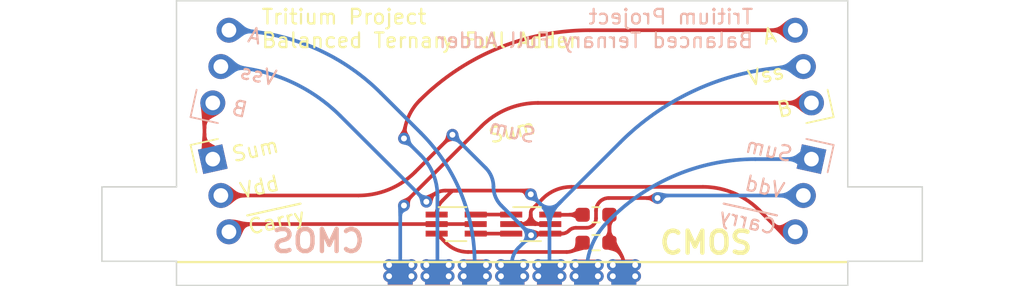
<source format=kicad_pcb>
(kicad_pcb (version 20211014) (generator pcbnew)
  (layers (0 "F.Cu" signal) (31 "B.Cu" signal) (34 "B.Paste" user) (35 "F.Paste" user) (36 "B.SilkS" user "B.Silkscreen") (37 "F.SilkS" user "F.Silkscreen") (38 "B.Mask" user) (39 "F.Mask" user) (44 "Edge.Cuts" user))
  (net 0 "")
  (net 1 "Net-(Q1-Pad1)")
  (net 2 "/NAny/A")
  (net 3 "Net-(Q1-Pad3)")
  (net 4 "VDD")
  (net 5 "Net-(Q1-Pad6)")
  (net 6 "VSS")
  (net 7 "/NAny/B")
  (net 8 "Net-(Q2-Pad3)")
  (net 9 "Carry")
  (net 10 "Net-(U1-Pad1)")
  (net 11 "B")
  (net 12 "A")
  (net 13 "Sum")
  (net 14 "C")
  (footprint "Package_TO_SOT_SMD:SOT-363_SC-70-6_Handsoldering" (layer "F.Cu") (at 147.32 80.01)
    (fp_text reference "Q2" hide)
    (fp_text value "BSS8402DW-7-F")
  )
  (footprint "MountingHole:MountingHole_2.2mm_M2" (layer "F.Cu") (at 176.53 80.01)
    (fp_text reference "REF**" hide)
    (fp_text value "MountingHole_2.2mm_M2")
  )
  (footprint "Package_TO_SOT_SMD:SOT-363_SC-70-6_Handsoldering" (layer "F.Cu") (at 152.4 80.01)
    (fp_text reference "Q1" hide)
    (fp_text value "BSS8402DW-7-F")
  )
  (footprint "" (layer "F.Cu") (at 151.13 83.312)
    (fp_text reference "")
    (fp_text value "")
  )
  (footprint "" (layer "F.Cu") (at 158.738304 83.28337)
    (fp_text reference "")
    (fp_text value "")
  )
  (footprint "" (layer "F.Cu") (at 146.05 83.312)
    (fp_text reference "")
    (fp_text value "")
  )
  (footprint "FullAdder:Sum" (layer "F.Cu") (at 151.13 73.66 12.5)
    (fp_text reference "U1" hide)
    (fp_text value "Sum")
  )
  (footprint "Resistor_SMD:R_0603_1608Metric_Pad0.98x0.95mm_HandSolder" (layer "F.Cu") (at 156.845 79.375 180)
    (fp_text reference "R2" hide)
    (fp_text value "12k")
  )
  (footprint "" (layer "F.Cu") (at 143.51 83.312)
    (fp_text reference "")
    (fp_text value "")
  )
  (footprint "Resistor_SMD:R_0603_1608Metric_Pad0.98x0.95mm_HandSolder" (layer "F.Cu") (at 156.845 81.28)
    (fp_text reference "R1" hide)
    (fp_text value "12k")
  )
  (footprint "MountingHole:MountingHole_2.2mm_M2" (layer "F.Cu") (at 125.73 80.01)
    (fp_text reference "REF**" hide)
    (fp_text value "MountingHole_2.2mm_M2")
  )
  (footprint "" (layer "F.Cu") (at 148.57387 83.28337)
    (fp_text reference "")
    (fp_text value "")
  )
  (footprint "" (layer "F.Cu") (at 153.67 83.312)
    (fp_text reference "")
    (fp_text value "")
  )
  (footprint "" (layer "F.Cu") (at 156.206369 83.28337)
    (fp_text reference "")
    (fp_text value "")
  )
  (footprint "" (layer "B.Cu") (at 153.674434 83.28337 180)
    (fp_text reference "")
    (fp_text value "")
  )
  (footprint "" (layer "B.Cu") (at 143.51 83.28337 180)
    (fp_text reference "")
    (fp_text value "")
  )
  (footprint "" (layer "B.Cu") (at 156.198304 83.312 180)
    (fp_text reference "")
    (fp_text value "")
  )
  (footprint "FullAdder:Sum" (layer "B.Cu") (at 151.13 73.66 167.5)
    (fp_text reference "U2" hide)
    (fp_text value "Sum")
  )
  (footprint "" (layer "B.Cu") (at 146.041935 83.28337 180)
    (fp_text reference "")
    (fp_text value "")
  )
  (footprint "" (layer "B.Cu") (at 158.738304 83.312 180)
    (fp_text reference "")
    (fp_text value "")
  )
  (footprint "" (layer "B.Cu") (at 148.578304 83.312 180)
    (fp_text reference "")
    (fp_text value "")
  )
  (footprint "" (layer "B.Cu") (at 151.118304 83.312 180)
    (fp_text reference "")
    (fp_text value "")
  )
  (gr_line (start 128.27 82.601) (end 173.99 82.601) (layer "F.SilkS") (width 0.15))
  (gr_line (start 173.99 77.47) (end 179.07 77.47) (layer "Edge.Cuts") (width 0.1))
  (gr_line (start 128.27 64.77) (end 173.99 64.77) (layer "Edge.Cuts") (width 0.1))
  (gr_line (start 128.27 84.201) (end 173.99 84.201) (layer "Edge.Cuts") (width 0.1))
  (gr_line (start 128.27 77.47) (end 123.19 77.47) (layer "Edge.Cuts") (width 0.1))
  (gr_line (start 179.07 77.47) (end 179.07 82.55) (layer "Edge.Cuts") (width 0.1))
  (gr_line (start 128.27 82.55) (end 128.27 84.201) (layer "Edge.Cuts") (width 0.1))
  (gr_line (start 128.27 64.77) (end 128.27 77.47) (layer "Edge.Cuts") (width 0.1))
  (gr_line (start 173.99 73.66) (end 173.99 77.47) (layer "Edge.Cuts") (width 0.1))
  (gr_line (start 173.99 64.77) (end 173.99 73.66) (layer "Edge.Cuts") (width 0.1))
  (gr_line (start 123.19 82.55) (end 128.27 82.55) (layer "Edge.Cuts") (width 0.1))
  (gr_line (start 173.99 82.55) (end 173.99 84.201) (layer "Edge.Cuts") (width 0.1))
  (gr_line (start 123.19 77.47) (end 123.19 82.55) (layer "Edge.Cuts") (width 0.1))
  (gr_line (start 179.07 82.55) (end 173.99 82.55) (layer "Edge.Cuts") (width 0.1))
  (gr_text "Tritium Project\nBalanced Ternary Full Adder" (at 167.64 66.675) (layer "B.SilkS") (effects (font (size 1 1)) (justify left mirror)))
  (gr_text "CMOS" (at 134.62 81.17) (layer "B.SilkS") (effects (font (size 1.5 1.5) (thickness 0.3)) (justify right mirror)))
  (gr_text "Tritium Project\nBalanced Ternary Full Adder" (at 133.985 66.675) (layer "F.SilkS") (effects (font (size 1 1)) (justify left)))
  (gr_text "CMOS" (at 167.64 81.28) (layer "F.SilkS") (effects (font (size 1.5 1.5) (thickness 0.3)) (justify right)))
  (segment (start 148.65 79.36) (end 151.07 79.36) (width 0.25) (layer "F.Cu") (net 1))
  (segment (start 151.765 80.01) (end 151.07 80.01) (width 0.25) (layer "F.Cu") (net 2))
  (segment (start 170.365 80.591422) (end 170.418578 80.537845) (width 0.25) (layer "F.Cu") (net 2))
  (segment (start 164.124935 77.47) (end 155.165512 77.47) (width 0.25) (layer "F.Cu") (net 2))
  (segment (start 169.274028 80.374028) (end 167.9575 79.0575) (width 0.25) (layer "F.Cu") (net 2))
  (segment (start 152.0825 80.01) (end 152.7175 80.01) (width 0.25) (layer "F.Cu") (net 2))
  (segment (start 152.4 79.375) (end 152.4 79.6925) (width 0.25) (layer "F.Cu") (net 2))
  (segment (start 152.4 79.375) (end 152.4 79.2325) (width 0.25) (layer "F.Cu") (net 2))
  (segment (start 151.765 80.01) (end 152.0825 80.01) (width 0.25) (layer "F.Cu") (net 2))
  (segment (start 152.7175 80.01) (end 153.035 80.01) (width 0.25) (layer "F.Cu") (net 2))
  (segment (start 153.035 80.01) (end 153.73 80.01) (width 0.25) (layer "F.Cu") (net 2))
  (segment (start 169.928211 80.645) (end 170.235652 80.645) (width 0.25) (layer "F.Cu") (net 2))
  (segment (start 152.500762 78.989237) (end 153.209999 78.279999) (width 0.25) (layer "F.Cu") (net 2))
  (arc (start 170.365 80.591422) (mid 170.305654 80.631075) (end 170.235652 80.645) (width 0.25) (layer "F.Cu") (net 2))
  (arc (start 152.7175 80.01) (mid 152.492993 79.917006) (end 152.4 79.6925) (width 0.25) (layer "F.Cu") (net 2))
  (arc (start 167.9575 79.0575) (mid 166.199104 77.882577) (end 164.124935 77.47) (width 0.25) (layer "F.Cu") (net 2))
  (arc (start 169.274028 80.374028) (mid 169.574169 80.574576) (end 169.928211 80.645) (width 0.25) (layer "F.Cu") (net 2))
  (arc (start 155.165512 77.47) (mid 154.107196 77.680511) (end 153.209999 78.279999) (width 0.25) (layer "F.Cu") (net 2))
  (arc (start 151.765 80.01) (mid 152.214012 79.824012) (end 152.4 79.375) (width 0.25) (layer "F.Cu") (net 2))
  (arc (start 152.4 79.2325) (mid 152.426187 79.100847) (end 152.500762 78.989237) (width 0.25) (layer "F.Cu") (net 2))
  (arc (start 152.4 79.375) (mid 152.585987 79.824012) (end 153.035 80.01) (width 0.25) (layer "F.Cu") (net 2))
  (arc (start 152.0825 80.01) (mid 152.307006 79.917006) (end 152.4 79.6925) (width 0.25) (layer "F.Cu") (net 2))
  (segment (start 148.65 80.66) (end 151.07 80.66) (width 0.25) (layer "F.Cu") (net 3))
  (segment (start 154.517985 80.66) (end 153.73 80.66) (width 0.25) (layer "F.Cu") (net 4))
  (segment (start 156.845 79.09921) (end 156.845 79.613592) (width 0.25) (layer "F.Cu") (net 4))
  (segment (start 155.474014 80.264) (end 156.194592 80.264) (width 0.25) (layer "F.Cu") (net 4))
  (segment (start 157.71221 78.232) (end 161.036 78.232) (width 0.25) (layer "F.Cu") (net 4))
  (segment (start 144.515739 76.46426) (end 147.066 73.914) (width 0.25) (layer "F.Cu") (net 4))
  (segment (start 152.475502 80.716) (end 152.419502 80.772) (width 0.25) (layer "F.Cu") (net 4))
  (segment (start 140.667983 78.058053) (end 131.291665 78.058053) (width 0.25) (layer "F.Cu") (net 4))
  (segment (start 152.610697 80.66) (end 153.73 80.66) (width 0.25) (layer "F.Cu") (net 4))
  (via (at 150.368 83.566) (size 0.8) (drill 0.4) (layers "F.Cu" "B.Cu") (net 4))
  (via (at 151.892 83.566) (size 0.8) (drill 0.4) (layers "F.Cu" "B.Cu") (net 4))
  (via (at 147.066 73.914) (size 0.8) (drill 0.4) (layers "F.Cu" "B.Cu") (net 4))
  (via (at 151.892 82.804) (size 0.8) (drill 0.4) (layers "F.Cu" "B.Cu") (net 4))
  (via (at 150.368 82.804) (size 0.8) (drill 0.4) (layers "F.Cu" "B.Cu") (net 4))
  (via (at 161.036 78.232) (size 0.8) (drill 0.4) (layers "F.Cu" "B.Cu") (net 4))
  (via (at 152.419502 80.772) (size 0.8) (drill 0.4) (layers "F.Cu" "B.Cu") (net 4))
  (arc (start 154.996 80.462) (mid 155.215314 80.315458) (end 155.474014 80.264) (width 0.25) (layer "F.Cu") (net 4))
  (arc (start 144.515739 76.46426) (mid 142.750373 77.643839) (end 140.667983 78.058053) (width 0.25) (layer "F.Cu") (net 4))
  (arc (start 152.610697 80.66) (mid 152.53753 80.674553) (end 152.475502 80.716) (width 0.25) (layer "F.Cu") (net 4))
  (arc (start 156.845 79.613592) (mid 156.79549 79.862492) (end 156.6545 80.0735) (width 0.25) (layer "F.Cu") (net 4))
  (arc (start 157.71221 78.232) (mid 157.380343 78.298012) (end 157.099 78.486) (width 0.25) (layer "F.Cu") (net 4))
  (arc (start 156.6545 80.0735) (mid 156.443492 80.21449) (end 156.194592 80.264) (width 0.25) (layer "F.Cu") (net 4))
  (arc (start 154.996 80.462) (mid 154.776684 80.608541) (end 154.517985 80.66) (width 0.25) (layer "F.Cu") (net 4))
  (arc (start 157.099 78.486) (mid 156.911012 78.767343) (end 156.845 79.09921) (width 0.25) (layer "F.Cu") (net 4))
  (segment (start 161.332946 78.058053) (end 170.968335 78.058053) (width 0.25) (layer "B.Cu") (net 4))
  (segment (start 151.118304 82.692599) (end 151.118304 83.312) (width 0.25) (layer "B.Cu") (net 4))
  (segment (start 161.036 78.232) (end 161.122973 78.145026) (width 0.25) (layer "B.Cu") (net 4))
  (segment (start 149.328148 76.176148) (end 147.066 73.914) (width 0.25) (layer "B.Cu") (net 4))
  (segment (start 150.391866 78.744364) (end 152.419502 80.772) (width 0.25) (layer "B.Cu") (net 4))
  (segment (start 151.556286 81.635215) (end 152.419502 80.772) (width 0.25) (layer "B.Cu") (net 4))
  (arc (start 149.328148 76.176148) (mid 149.721786 76.765277) (end 149.86 77.460249) (width 0.25) (layer "B.Cu") (net 4))
  (arc (start 150.391866 78.744364) (mid 149.998217 78.155221) (end 149.86 77.460249) (width 0.25) (layer "B.Cu") (net 4))
  (arc (start 161.122973 78.145026) (mid 161.219309 78.080656) (end 161.332946 78.058053) (width 0.25) (layer "B.Cu") (net 4))
  (arc (start 151.556286 81.635215) (mid 151.232131 82.120347) (end 151.118304 82.692599) (width 0.25) (layer "B.Cu") (net 4))
  (segment (start 153.755606 79.375) (end 155.9325 79.375) (width 0.25) (layer "F.Cu") (net 5))
  (segment (start 153.7375 79.3675) (end 153.73 79.36) (width 0.25) (layer "F.Cu") (net 5))
  (arc (start 153.7375 79.3675) (mid 153.745807 79.37305) (end 153.755606 79.375) (width 0.25) (layer "F.Cu") (net 5))
  (segment (start 147.319999 77.724) (end 147.574 77.724) (width 0.25) (layer "F.Cu") (net 6))
  (segment (start 151.966394 77.724) (end 147.574 77.724) (width 0.25) (layer "F.Cu") (net 6))
  (segment (start 147.192999 77.724) (end 147.319999 77.724) (width 0.25) (layer "F.Cu") (net 6))
  (segment (start 146.976196 77.813802) (end 146.378027 78.411972) (width 0.25) (layer "F.Cu") (net 6))
  (segment (start 147.574 77.724) (end 147.319999 77.724) (width 0.25) (layer "F.Cu") (net 6))
  (segment (start 145.669 78.105) (end 145.288 78.486) (width 0.25) (layer "F.Cu") (net 6))
  (segment (start 152.273 77.851) (end 152.4 77.978) (width 0.25) (layer "F.Cu") (net 6))
  (segment (start 147.192999 77.724) (end 147.319999 77.724) (width 0.25) (layer "F.Cu") (net 6))
  (segment (start 146.588815 77.724) (end 147.192999 77.724) (width 0.25) (layer "F.Cu") (net 6))
  (segment (start 145.99 79.3375) (end 145.99 79.34875) (width 0.25) (layer "F.Cu") (net 6))
  (via (at 154.432 83.566) (size 0.8) (drill 0.4) (layers "F.Cu" "B.Cu") (net 6))
  (via (at 152.908 82.804) (size 0.8) (drill 0.4) (layers "F.Cu" "B.Cu") (net 6))
  (via (at 145.288 78.486) (size 0.8) (drill 0.4) (layers "F.Cu" "B.Cu") (net 6))
  (via (at 154.432 82.804) (size 0.8) (drill 0.4) (layers "F.Cu" "B.Cu") (net 6))
  (via (at 152.908 83.566) (size 0.8) (drill 0.4) (layers "F.Cu" "B.Cu") (net 6))
  (via (at 152.4 77.978) (size 0.8) (drill 0.4) (layers "F.Cu" "B.Cu") (net 6))
  (arc (start 146.588815 77.724) (mid 146.091014 77.823018) (end 145.669 78.105) (width 0.25) (layer "F.Cu") (net 6))
  (arc (start 152.273 77.851) (mid 152.132328 77.757006) (end 151.966394 77.724) (width 0.25) (layer "F.Cu") (net 6))
  (arc (start 147.319999 77.724) (mid 147.319999 77.724) (end 147.319999 77.724) (width 0.25) (layer "F.Cu") (net 6))
  (arc (start 147.192999 77.724) (mid 147.192999 77.724) (end 147.192999 77.724) (width 0.25) (layer "F.Cu") (net 6))
  (arc (start 145.99 79.3375) (mid 145.985865 79.316712) (end 145.97409 79.29909) (width 0.25) (layer "F.Cu") (net 6))
  (arc (start 145.99 79.34875) (mid 145.99 79.34875) (end 145.99 79.34875) (width 0.25) (layer "F.Cu") (net 6))
  (arc (start 146.976196 77.813802) (mid 147.075666 77.747338) (end 147.192999 77.724) (width 0.25) (layer "F.Cu") (net 6))
  (arc (start 146.378027 78.411972) (mid 146.090845 78.84177) (end 145.99 79.34875) (width 0.25) (layer "F.Cu") (net 6))
  (segment (start 154.374041 78.552824) (end 154.018233 78.908632) (width 0.25) (layer "B.Cu") (net 6))
  (segment (start 153.037217 78.615217) (end 153.330631 78.908631) (width 0.25) (layer "B.Cu") (net 6))
  (segment (start 154.374041 78.552824) (end 154.31165 78.615216) (width 0.25) (layer "B.Cu") (net 6))
  (segment (start 153.677569 78.998434) (end 153.801433 78.998434) (width 0.25) (layer "B.Cu") (net 6))
  (segment (start 139.438453 72.636453) (end 145.288 78.486) (width 0.25) (layer "B.Cu") (net 6))
  (segment (start 154.498824 78.428041) (end 154.374041 78.552824) (width 0.25) (layer "B.Cu") (net 6))
  (segment (start 153.674434 80.153594) (end 153.674434 83.28337) (width 0.25) (layer "B.Cu") (net 6))
  (segment (start 153.671298 78.998434) (end 153.547434 78.998434) (width 0.25) (layer "B.Cu") (net 6))
  (segment (start 153.674434 79.001569) (end 153.674434 80.153594) (width 0.25) (layer "B.Cu") (net 6))
  (segment (start 153.037217 78.615217) (end 152.4 77.978) (width 0.25) (layer "B.Cu") (net 6))
  (segment (start 154.374041 78.552824) (end 154.498824 78.428041) (width 0.25) (layer "B.Cu") (net 6))
  (segment (start 153.672217 78.996217) (end 153.67 78.994) (width 0.25) (layer "B.Cu") (net 6))
  (segment (start 158.500666 74.426201) (end 154.498824 78.428041) (width 0.25) (layer "B.Cu") (net 6))
  (arc (start 153.037217 78.615217) (mid 153.508826 79.32103) (end 153.674434 80.153594) (width 0.25) (layer "B.Cu") (net 6))
  (arc (start 153.037217 78.615217) (mid 153.674433 78.87916) (end 154.31165 78.615216) (width 0.25) (layer "B.Cu") (net 6))
  (arc (start 153.674434 80.153594) (mid 153.840041 79.32103) (end 154.31165 78.615216) (width 0.25) (layer "B.Cu") (net 6))
  (arc (start 153.674434 79.001569) (mid 153.673515 78.999352) (end 153.671298 78.998434) (width 0.25) (layer "B.Cu") (net 6))
  (arc (start 139.438453 72.636453) (mid 135.700679 70.138953) (end 131.291665 69.261947) (width 0.25) (layer "B.Cu") (net 6))
  (arc (start 153.671298 78.998434) (mid 153.672498 78.997632) (end 153.672217 78.996217) (width 0.25) (layer "B.Cu") (net 6))
  (arc (start 154.374041 78.552824) (mid 154.374041 78.552823) (end 154.374041 78.552824) (width 0.25) (layer "B.Cu") (net 6))
  (arc (start 158.500666 74.426201) (mid 164.220855 70.604093) (end 170.968335 69.261947) (width 0.25) (layer "B.Cu") (net 6))
  (arc (start 154.018233 78.908632) (mid 153.918764 78.975095) (end 153.801433 78.998434) (width 0.25) (layer "B.Cu") (net 6))
  (arc (start 153.677569 78.998434) (mid 153.675352 78.999352) (end 153.674434 79.001569) (width 0.25) (layer "B.Cu") (net 6))
  (arc (start 153.330631 78.908631) (mid 153.430101 78.975094) (end 153.547434 78.998434) (width 0.25) (layer "B.Cu") (net 6))
  (arc (start 153.672217 78.996217) (mid 153.674672 78.997857) (end 153.677569 78.998434) (width 0.25) (layer "B.Cu") (net 6))
  (segment (start 145.99 80.01) (end 148.65 80.01) (width 0.25) (layer "F.Cu") (net 7))
  (segment (start 132.742509 80.01) (end 145.99 80.01) (width 0.25) (layer "F.Cu") (net 7))
  (segment (start 132.105344 80.273922) (end 131.841422 80.537845) (width 0.25) (layer "F.Cu") (net 7))
  (arc (start 132.105344 80.273922) (mid 132.397678 80.078591) (end 132.742509 80.01) (width 0.25) (layer "F.Cu") (net 7))
  (segment (start 148.132419 81.915) (end 154.848487 81.915) (width 0.25) (layer "F.Cu") (net 8))
  (segment (start 146.6175 81.2875) (end 145.99 80.66) (width 0.25) (layer "F.Cu") (net 8))
  (segment (start 155.615 81.5975) (end 155.9325 81.28) (width 0.25) (layer "F.Cu") (net 8))
  (arc (start 155.615 81.5975) (mid 155.26332 81.832484) (end 154.848487 81.915) (width 0.25) (layer "F.Cu") (net 8))
  (arc (start 148.132419 81.915) (mid 147.31255 81.751918) (end 146.6175 81.2875) (width 0.25) (layer "F.Cu") (net 8))
  (segment (start 158.376772 81.899272) (end 157.7575 81.28) (width 0.25) (layer "F.Cu") (net 9))
  (segment (start 158.738304 82.772087) (end 158.738304 83.28337) (width 0.25) (layer "F.Cu") (net 9))
  (segment (start 157.7575 81.28) (end 157.7575 79.375) (width 0.25) (layer "F.Cu") (net 9))
  (via (at 159.512 82.804) (size 0.8) (drill 0.4) (layers "F.Cu" "B.Cu") (net 9))
  (via (at 157.988 82.804) (size 0.8) (drill 0.4) (layers "F.Cu" "B.Cu") (net 9))
  (via (at 157.988 83.566) (size 0.8) (drill 0.4) (layers "F.Cu" "B.Cu") (net 9))
  (via (at 159.512 83.566) (size 0.8) (drill 0.4) (layers "F.Cu" "B.Cu") (net 9))
  (arc (start 158.376772 81.899272) (mid 158.644344 82.299723) (end 158.738304 82.772087) (width 0.25) (layer "F.Cu") (net 9))
  (segment (start 130.175 73.425865) (end 130.175 73.894134) (width 0.25) (layer "F.Cu") (net 10))
  (segment (start 130.458454 74.578454) (end 130.48864 74.60864) (width 0.25) (layer "F.Cu") (net 10))
  (segment (start 130.458454 72.741545) (end 130.48864 72.711359) (width 0.25) (layer "F.Cu") (net 10))
  (segment (start 130.741909 75.220085) (end 130.741909 75.578261) (width 0.25) (layer "F.Cu") (net 10))
  (segment (start 130.741909 72.099915) (end 130.741909 71.741739) (width 0.25) (layer "F.Cu") (net 10))
  (arc (start 130.48864 74.60864) (mid 130.676086 74.889173) (end 130.741909 75.220085) (width 0.25) (layer "F.Cu") (net 10))
  (arc (start 130.175 73.425865) (mid 130.248667 73.055513) (end 130.458454 72.741545) (width 0.25) (layer "F.Cu") (net 10))
  (arc (start 130.741909 72.099915) (mid 130.676086 72.430826) (end 130.48864 72.711359) (width 0.25) (layer "F.Cu") (net 10))
  (arc (start 130.458454 74.578454) (mid 130.248667 74.264485) (end 130.175 73.894134) (width 0.25) (layer "F.Cu") (net 10))
  (segment (start 156.391738 66.782155) (end 170.418578 66.782155) (width 0.25) (layer "F.Cu") (net 11))
  (via (at 146.812 83.566) (size 0.8) (drill 0.4) (layers "F.Cu" "B.Cu") (net 11))
  (via (at 145.288 82.804) (size 0.8) (drill 0.4) (layers "F.Cu" "B.Cu") (net 11))
  (via (at 143.764 74.168) (size 0.8) (drill 0.4) (layers "F.Cu" "B.Cu") (net 11))
  (via (at 145.288 83.566) (size 0.8) (drill 0.4) (layers "F.Cu" "B.Cu") (net 11))
  (via (at 146.812 82.804) (size 0.8) (drill 0.4) (layers "F.Cu" "B.Cu") (net 11))
  (arc (start 144.841632 71.566367) (mid 144.044067 72.760006) (end 143.764 74.168) (width 0.25) (layer "F.Cu") (net 11))
  (arc (start 144.841632 71.566367) (mid 150.140866 68.025531) (end 156.391738 66.782155) (width 0.25) (layer "F.Cu") (net 11))
  (segment (start 146.041935 78.056678) (end 146.041935 83.28337) (width 0.25) (layer "B.Cu") (net 11))
  (segment (start 144.902967 75.306967) (end 143.764 74.168) (width 0.25) (layer "B.Cu") (net 11))
  (arc (start 146.041935 78.056678) (mid 145.745926 76.568545) (end 144.902967 75.306967) (width 0.25) (layer "B.Cu") (net 11))
  (segment (start 143.764 78.74) (end 143.764 78.676155) (width 0.25) (layer "F.Cu") (net 12))
  (segment (start 143.809145 78.567164) (end 149.040778 73.335531) (width 0.25) (layer "F.Cu") (net 12))
  (segment (start 152.888534 71.741739) (end 171.518091 71.741739) (width 0.25) (layer "F.Cu") (net 12))
  (via (at 144.272 82.804) (size 0.8) (drill 0.4) (layers "F.Cu" "B.Cu") (net 12))
  (via (at 144.272 83.566) (size 0.8) (drill 0.4) (layers "F.Cu" "B.Cu") (net 12))
  (via (at 143.764 78.74) (size 0.8) (drill 0.4) (layers "F.Cu" "B.Cu") (net 12))
  (via (at 142.748 83.566) (size 0.8) (drill 0.4) (layers "F.Cu" "B.Cu") (net 12))
  (via (at 142.748 82.804) (size 0.8) (drill 0.4) (layers "F.Cu" "B.Cu") (net 12))
  (arc (start 143.809145 78.567164) (mid 143.775732 78.617169) (end 143.764 78.676155) (width 0.25) (layer "F.Cu") (net 12))
  (arc (start 152.888534 71.741739) (mid 150.806143 72.155952) (end 149.040778 73.335531) (width 0.25) (layer "F.Cu") (net 12))
  (segment (start 143.764 78.74) (end 143.637 78.867) (width 0.25) (layer "B.Cu") (net 12))
  (segment (start 143.51 79.173605) (end 143.51 83.28337) (width 0.25) (layer "B.Cu") (net 12))
  (arc (start 143.51 79.173605) (mid 143.543006 79.007671) (end 143.637 78.867) (width 0.25) (layer "B.Cu") (net 12))
  (via (at 156.972 82.804) (size 0.8) (drill 0.4) (layers "F.Cu" "B.Cu") (net 13))
  (via (at 156.972 83.566) (size 0.8) (drill 0.4) (layers "F.Cu" "B.Cu") (net 13))
  (via (at 155.448 82.804) (size 0.8) (drill 0.4) (layers "F.Cu" "B.Cu") (net 13))
  (via (at 155.448 83.566) (size 0.8) (drill 0.4) (layers "F.Cu" "B.Cu") (net 13))
  (segment (start 157.626852 79.863147) (end 157.826185 79.663814) (width 0.25) (layer "B.Cu") (net 13))
  (segment (start 167.689584 75.578261) (end 171.518091 75.578261) (width 0.25) (layer "B.Cu") (net 13))
  (arc (start 157.626852 79.863147) (mid 156.569572 81.445478) (end 156.198304 83.312) (width 0.25) (layer "B.Cu") (net 13))
  (arc (start 157.826185 79.663814) (mid 162.351551 76.640062) (end 167.689584 75.578261) (width 0.25) (layer "B.Cu") (net 13))
  (via (at 147.828 83.566) (size 0.8) (drill 0.4) (layers "F.Cu" "B.Cu") (net 14))
  (via (at 149.352 83.566) (size 0.8) (drill 0.4) (layers "F.Cu" "B.Cu") (net 14))
  (via (at 147.828 82.804) (size 0.8) (drill 0.4) (layers "F.Cu" "B.Cu") (net 14))
  (via (at 149.352 82.804) (size 0.8) (drill 0.4) (layers "F.Cu" "B.Cu") (net 14))
  (segment (start 144.909918 73.789918) (end 142.187702 71.067702) (width 0.25) (layer "B.Cu") (net 14))
  (segment (start 148.578304 82.646187) (end 148.578304 83.312) (width 0.25) (layer "B.Cu") (net 14))
  (arc (start 144.909918 73.789918) (mid 147.624922 77.853209) (end 148.578304 82.646187) (width 0.25) (layer "B.Cu") (net 14))
  (arc (start 142.187702 71.067702) (mid 137.440812 67.895932) (end 131.841422 66.782155) (width 0.25) (layer "B.Cu") (net 14))
  (zone (net 5) (net_name "Net-(Q1-Pad6)") (layer "F.Cu") (priority 16962) (connect_pads yes (clearance 0)) (min_thickness 0.0254) (fill yes (thermal_gap 0.508) (thermal_bridge_width 0.508))
    (polygon (pts (xy 154.9875 79.5) (xy 155.096689 79.504413) (xy 155.187597 79.517037) (xy 155.264131 79.536946) (xy 155.330195 79.563213) (xy 155.389695 79.594913) (xy 155.446538 79.63112) (xy 155.50463 79.670908) (xy 155.567875 79.713351) (xy 155.640181 79.757523) (xy 155.725453 79.8025) (xy 156.17 79.375) (xy 155.725453 78.9475) (xy 155.640181 78.992476) (xy 155.567875 79.036648) (xy 155.50463 79.079091) (xy 155.446538 79.118879) (xy 155.389695 79.155086) (xy 155.330195 79.186786) (xy 155.264131 79.213053) (xy 155.187597 79.232962) (xy 155.096689 79.245586) (xy 154.9875 79.25)))
  )
  (zone (net 6) (net_name "VSS") (layer "F.Cu") (priority 16962) (connect_pads yes (clearance 0)) (min_thickness 0.0254) (fill yes (thermal_gap 0.508) (thermal_bridge_width 0.508))
    (polygon (pts (xy 145.927347 78.928088) (xy 145.913634 78.975089) (xy 145.902479 79.016274) (xy 145.893143 79.052675) (xy 145.884888 79.085324) (xy 145.876974 79.115253) (xy 145.868663 79.143494) (xy 145.859216 79.171079) (xy 145.847893 79.199041) (xy 145.833957 79.228411) (xy 145.816668 79.260222) (xy 145.982877 79.459745) (xy 146.175752 79.285866) (xy 146.164952 79.25795) (xy 146.155929 79.231991) (xy 146.148842 79.207204) (xy 146.143845 79.182806) (xy 146.141098 79.158011) (xy 146.140756 79.132035) (xy 146.142977 79.104093) (xy 146.147918 79.073402) (xy 146.155736 79.039176) (xy 146.166589 79.000632)))
  )
  (zone (net 5) (net_name "Net-(Q1-Pad6)") (layer "F.Cu") (priority 16962) (connect_pads yes (clearance 0)) (min_thickness 0.0254) (fill yes (thermal_gap 0.508) (thermal_bridge_width 0.508))
    (polygon (pts (xy 154.135606 79.25) (xy 154.091813 79.249776) (xy 154.053429 79.248923) (xy 154.019526 79.247169) (xy 153.989181 79.244243) (xy 153.96147 79.239871) (xy 153.935466 79.233783) (xy 153.910247 79.225706) (xy 153.884886 79.215367) (xy 153.85846 79.202496) (xy 153.830044 79.186821) (xy 153.630266 79.352724) (xy 153.803849 79.545866) (xy 153.836348 79.533563) (xy 153.866099 79.523683) (xy 153.894187 79.515962) (xy 153.921701 79.510132) (xy 153.949727 79.505929) (xy 153.979353 79.503085) (xy 154.011667 79.501337) (xy 154.047755 79.500417) (xy 154.088706 79.500059) (xy 154.135606 79.5)))
  )
  (zone (net 4) (net_name "VDD") (layer "F.Cu") (priority 16962) (connect_pads yes (clearance 0)) (min_thickness 0.0254) (fill yes (thermal_gap 0.508) (thermal_bridge_width 0.508))
    (polygon (pts (xy 153.34 80.785) (xy 153.383131 80.785211) (xy 153.420836 80.785997) (xy 153.454078 80.787583) (xy 153.483822 80.790193) (xy 153.511032 80.794053) (xy 153.536672 80.799389) (xy 153.561707 80.806427) (xy 153.587101 80.81539) (xy 153.613818 80.826506) (xy 153.642823 80.84) (xy 153.83 80.66) (xy 153.642823 80.48) (xy 153.613818 80.493493) (xy 153.587101 80.504609) (xy 153.561707 80.513572) (xy 153.536672 80.52061) (xy 153.511032 80.525946) (xy 153.483822 80.529806) (xy 153.454078 80.532416) (xy 153.420836 80.534002) (xy 153.383131 80.534788) (xy 153.34 80.535)))
  )
  (zone (net 6) (net_name "VSS") (layer "F.Cu") (priority 16962) (connect_pads yes (clearance 0)) (min_thickness 0.0254) (fill yes (thermal_gap 0.508) (thermal_bridge_width 0.508))
    (polygon (pts (xy 145.933059 77.75874) (xy 145.82875 77.812872) (xy 145.740163 77.858794) (xy 145.663624 77.897986) (xy 145.595462 77.931926) (xy 145.532004 77.962095) (xy 145.469578 77.989972) (xy 145.404509 78.017036) (xy 145.333127 78.044768) (xy 145.251758 78.074648) (xy 145.15673 78.108154) (xy 145.146579 78.627421) (xy 145.665846 78.61727) (xy 145.692945 78.531238) (xy 145.713925 78.452389) (xy 145.732008 78.379894) (xy 145.750414 78.312924) (xy 145.772365 78.25065) (xy 145.801082 78.192245) (xy 145.839787 78.136879) (xy 145.891699 78.083724) (xy 145.960041 78.03195) (xy 146.048035 77.98073)))
  )
  (zone (net 2) (net_name "/NAny/A") (layer "F.Cu") (priority 16962) (connect_pads yes (clearance 0)) (min_thickness 0.0254) (fill yes (thermal_gap 0.508) (thermal_bridge_width 0.508))
    (polygon (pts (xy 168.815544 80.092321) (xy 168.955869 80.233894) (xy 169.073048 80.35446) (xy 169.172415 80.458819) (xy 169.259308 80.551773) (xy 169.339063 80.638125) (xy 169.417015 80.722674) (xy 169.498503 80.810223) (xy 169.588862 80.905573) (xy 169.693428 81.013527) (xy 169.817538 81.138885) (xy 170.842132 80.572867) (xy 170.112374 79.744915) (xy 169.978469 79.804283) (xy 169.855208 79.87029) (xy 169.740424 79.936922) (xy 169.631952 79.998162) (xy 169.527624 80.047996) (xy 169.425273 80.080409) (xy 169.322734 80.089385) (xy 169.21784 80.06891) (xy 169.108424 80.012968) (xy 168.992321 79.915544)))
  )
  (zone (net 7) (net_name "/NAny/B") (layer "F.Cu") (priority 16962) (connect_pads yes (clearance 0)) (min_thickness 0.0254) (fill yes (thermal_gap 0.508) (thermal_bridge_width 0.508))
    (polygon (pts (xy 148.26 80.135) (xy 148.303131 80.135211) (xy 148.340836 80.135997) (xy 148.374078 80.137583) (xy 148.403822 80.140193) (xy 148.431032 80.144053) (xy 148.456672 80.149389) (xy 148.481707 80.156427) (xy 148.507101 80.16539) (xy 148.533818 80.176506) (xy 148.562823 80.19) (xy 148.75 80.01) (xy 148.562823 79.83) (xy 148.533818 79.843493) (xy 148.507101 79.854609) (xy 148.481707 79.863572) (xy 148.456672 79.87061) (xy 148.431032 79.875946) (xy 148.403822 79.879806) (xy 148.374078 79.882416) (xy 148.340836 79.884002) (xy 148.303131 79.884788) (xy 148.26 79.885)))
  )
  (zone (net 3) (net_name "Net-(Q1-Pad3)") (layer "F.Cu") (priority 16962) (connect_pads yes (clearance 0)) (min_thickness 0.0254) (fill yes (thermal_gap 0.508) (thermal_bridge_width 0.508))
    (polygon (pts (xy 149.04 80.535) (xy 148.996868 80.534788) (xy 148.959163 80.534002) (xy 148.925921 80.532416) (xy 148.896177 80.529806) (xy 148.868967 80.525946) (xy 148.843327 80.52061) (xy 148.818292 80.513572) (xy 148.792898 80.504609) (xy 148.766181 80.493493) (xy 148.737177 80.48) (xy 148.55 80.66) (xy 148.737177 80.84) (xy 148.766181 80.826506) (xy 148.792898 80.81539) (xy 148.818292 80.806427) (xy 148.843327 80.799389) (xy 148.868967 80.794053) (xy 148.896177 80.790193) (xy 148.925921 80.787583) (xy 148.959163 80.785997) (xy 148.996868 80.785211) (xy 149.04 80.785)))
  )
  (zone (net 11) (net_name "B") (layer "F.Cu") (priority 16962) (connect_pads yes (clearance 0)) (min_thickness 0.0254) (fill yes (thermal_gap 0.508) (thermal_bridge_width 0.508))
    (polygon (pts (xy 168.728578 66.907155) (xy 168.927976 66.917457) (xy 169.09145 66.946628) (xy 169.226851 66.992069) (xy 169.342029 67.051176) (xy 169.444836 67.12135) (xy 169.543122 67.199987) (xy 169.644737 67.284488) (xy 169.757534 67.37225) (xy 169.889361 67.460673) (xy 170.048072 67.547155) (xy 170.843578 66.782155) (xy 170.048072 66.017155) (xy 169.889361 66.103636) (xy 169.757534 66.192059) (xy 169.644737 66.279821) (xy 169.543122 66.364322) (xy 169.444836 66.442959) (xy 169.342029 66.513133) (xy 169.226851 66.57224) (xy 169.09145 66.617681) (xy 168.927976 66.646852) (xy 168.728578 66.657155)))
  )
  (zone (net 12) (net_name "A") (layer "F.Cu") (priority 16962) (connect_pads yes (clearance 0)) (min_thickness 0.0254) (fill yes (thermal_gap 0.508) (thermal_bridge_width 0.508))
    (polygon (pts (xy 169.828091 71.866739) (xy 170.027489 71.877041) (xy 170.190963 71.906212) (xy 170.326364 71.951653) (xy 170.441542 72.01076) (xy 170.544349 72.080934) (xy 170.642635 72.159571) (xy 170.74425 72.244072) (xy 170.857047 72.331834) (xy 170.988874 72.420257) (xy 171.147585 72.506739) (xy 171.943091 71.741739) (xy 171.147585 70.976739) (xy 170.988874 71.06322) (xy 170.857047 71.151643) (xy 170.74425 71.239405) (xy 170.642635 71.323906) (xy 170.544349 71.402543) (xy 170.441542 71.472717) (xy 170.326364 71.531824) (xy 170.190963 71.577265) (xy 170.027489 71.606436) (xy 169.828091 71.616739)))
  )
  (zone (net 4) (net_name "VDD") (layer "F.Cu") (priority 16962) (connect_pads yes (clearance 0)) (min_thickness 0.0254) (fill yes (thermal_gap 0.508) (thermal_bridge_width 0.508))
    (polygon (pts (xy 160.246 78.357) (xy 160.336461 78.360266) (xy 160.412222 78.369658) (xy 160.476389 78.384564) (xy 160.532064 78.404374) (xy 160.582352 78.428476) (xy 160.630359 78.456261) (xy 160.679187 78.487116) (xy 160.731941 78.520432) (xy 160.791725 78.555596) (xy 160.861645 78.592) (xy 161.236 78.232) (xy 160.861645 77.872) (xy 160.791725 77.908403) (xy 160.731941 77.943567) (xy 160.679187 77.976883) (xy 160.630359 78.007738) (xy 160.582352 78.035523) (xy 160.532064 78.059625) (xy 160.476389 78.079435) (xy 160.412222 78.094341) (xy 160.336461 78.103733) (xy 160.246 78.107)))
  )
  (zone (net 9) (net_name "Carry") (layer "F.Cu") (priority 16962) (connect_pads yes (clearance 0)) (min_thickness 0.0254) (fill yes (thermal_gap 0.508) (thermal_bridge_width 0.508))
    (polygon (pts (xy 157.6325 80.335) (xy 157.628086 80.444189) (xy 157.615462 80.535097) (xy 157.595553 80.611631) (xy 157.569286 80.677695) (xy 157.537586 80.737195) (xy 157.501379 80.794038) (xy 157.461591 80.85213) (xy 157.419148 80.915375) (xy 157.374976 80.987681) (xy 157.33 81.072953) (xy 157.7575 81.5175) (xy 158.185 81.072953) (xy 158.140023 80.987681) (xy 158.095851 80.915375) (xy 158.053408 80.85213) (xy 158.01362 80.794038) (xy 157.977413 80.737195) (xy 157.945713 80.677695) (xy 157.919446 80.611631) (xy 157.899537 80.535097) (xy 157.886913 80.444189) (xy 157.8825 80.335)))
  )
  (zone (net 10) (net_name "Net-(U1-Pad1)") (layer "F.Cu") (priority 16962) (connect_pads yes (clearance 0)) (min_thickness 0.0254) (fill yes (thermal_gap 0.508) (thermal_bridge_width 0.508))
    (polygon (pts (xy 130.303632 73.504064) (xy 130.30261 73.291917) (xy 130.340219 73.125517) (xy 130.410926 72.995492) (xy 130.5092 72.892473) (xy 130.629507 72.80709) (xy 130.766314 72.729971) (xy 130.91409 72.651747) (xy 131.067302 72.563049) (xy 131.220416 72.454504) (xy 131.367902 72.316745) (xy 130.864229 71.334723) (xy 129.902643 71.87639) (xy 129.932993 72.075896) (xy 129.955589 72.246285) (xy 129.972079 72.395605) (xy 129.984106 72.53191) (xy 129.993316 72.663249) (xy 130.001355 72.797674) (xy 130.009869 72.943235) (xy 130.020502 73.107983) (xy 130.0349 73.299971) (xy 130.05471 73.527248)))
  )
  (zone (net 4) (net_name "VDD") (layer "F.Cu") (priority 16962) (connect_pads yes (clearance 0)) (min_thickness 0.0254) (fill yes (thermal_gap 0.508) (thermal_bridge_width 0.508))
    (polygon (pts (xy 146.595775 74.561002) (xy 146.66205 74.499346) (xy 146.722262 74.452415) (xy 146.778175 74.417583) (xy 146.83155 74.392222) (xy 146.884153 74.373706) (xy 146.937745 74.359407) (xy 146.994089 74.346699) (xy 147.054949 74.332953) (xy 147.122088 74.315545) (xy 147.19727 74.291846) (xy 147.207421 73.772579) (xy 146.688154 73.78273) (xy 146.664454 73.857911) (xy 146.647046 73.92505) (xy 146.6333 73.98591) (xy 146.620592 74.042254) (xy 146.606293 74.095846) (xy 146.587777 74.148449) (xy 146.562416 74.201824) (xy 146.527584 74.257737) (xy 146.480653 74.317949) (xy 146.418998 74.384225)))
  )
  (zone (net 8) (net_name "Net-(Q2-Pad3)") (layer "F.Cu") (priority 16962) (connect_pads yes (clearance 0)) (min_thickness 0.0254) (fill yes (thermal_gap 0.508) (thermal_bridge_width 0.508))
    (polygon (pts (xy 146.354159 80.847383) (xy 146.32381 80.816734) (xy 146.297704 80.789517) (xy 146.27532 80.764891) (xy 146.256133 80.742013) (xy 146.239623 80.720043) (xy 146.225266 80.69814) (xy 146.21254 80.675461) (xy 146.200922 80.651167) (xy 146.189891 80.624415) (xy 146.178923 80.594365) (xy 145.91929 80.58929) (xy 145.924365 80.848923) (xy 145.954415 80.859891) (xy 145.981167 80.870922) (xy 146.005461 80.88254) (xy 146.02814 80.895266) (xy 146.050043 80.909623) (xy 146.072013 80.926133) (xy 146.094891 80.94532) (xy 146.119517 80.967704) (xy 146.146734 80.99381) (xy 146.177383 81.024159)))
  )
  (zone (net 7) (net_name "/NAny/B") (layer "F.Cu") (priority 16962) (connect_pads yes (clearance 0)) (min_thickness 0.0254) (fill yes (thermal_gap 0.508) (thermal_bridge_width 0.508))
    (polygon (pts (xy 145.6 80.135) (xy 145.643131 80.135211) (xy 145.680836 80.135997) (xy 145.714078 80.137583) (xy 145.743822 80.140193) (xy 145.771032 80.144053) (xy 145.796672 80.149389) (xy 145.821707 80.156427) (xy 145.847101 80.16539) (xy 145.873818 80.176506) (xy 145.902823 80.19) (xy 146.09 80.01) (xy 145.902823 79.83) (xy 145.873818 79.843493) (xy 145.847101 79.854609) (xy 145.821707 79.863572) (xy 145.796672 79.87061) (xy 145.771032 79.875946) (xy 145.743822 79.879806) (xy 145.714078 79.882416) (xy 145.680836 79.884002) (xy 145.643131 79.884788) (xy 145.6 79.885)))
  )
  (zone (net 9) (net_name "Carry") (layer "F.Cu") (priority 16962) (connect_pads yes (clearance 0)) (min_thickness 0.0254) (fill yes (thermal_gap 0.508) (thermal_bridge_width 0.508))
    (polygon (pts (xy 158.755684 82.242014) (xy 158.686051 82.085076) (xy 158.622235 81.954335) (xy 158.563277 81.843729) (xy 158.508221 81.747196) (xy 158.456109 81.658676) (xy 158.405983 81.572107) (xy 158.356885 81.481428) (xy 158.307859 81.380578) (xy 158.257947 81.263494) (xy 158.206192 81.124117) (xy 157.589563 81.112063) (xy 157.601617 81.728692) (xy 157.731514 81.770193) (xy 157.850574 81.803576) (xy 157.959734 81.833516) (xy 158.059932 81.86469) (xy 158.152108 81.901773) (xy 158.237198 81.949442) (xy 158.316141 82.012373) (xy 158.389877 82.095241) (xy 158.459342 82.202724) (xy 158.525476 82.339498)))
  )
  (zone (net 7) (net_name "/NAny/B") (layer "F.Cu") (priority 16962) (connect_pads yes (clearance 0)) (min_thickness 0.0254) (fill yes (thermal_gap 0.508) (thermal_bridge_width 0.508))
    (polygon (pts (xy 146.38 79.885) (xy 146.336868 79.884788) (xy 146.299163 79.884002) (xy 146.265921 79.882416) (xy 146.236177 79.879806) (xy 146.208967 79.875946) (xy 146.183327 79.87061) (xy 146.158292 79.863572) (xy 146.132898 79.854609) (xy 146.106181 79.843493) (xy 146.077177 79.83) (xy 145.89 80.01) (xy 146.077177 80.19) (xy 146.106181 80.176506) (xy 146.132898 80.16539) (xy 146.158292 80.156427) (xy 146.183327 80.149389) (xy 146.208967 80.144053) (xy 146.236177 80.140193) (xy 146.265921 80.137583) (xy 146.299163 80.135997) (xy 146.336868 80.135211) (xy 146.38 80.135)))
  )
  (zone (net 3) (net_name "Net-(Q1-Pad3)") (layer "F.Cu") (priority 16962) (connect_pads yes (clearance 0)) (min_thickness 0.0254) (fill yes (thermal_gap 0.508) (thermal_bridge_width 0.508))
    (polygon (pts (xy 150.68 80.785) (xy 150.723131 80.785211) (xy 150.760836 80.785997) (xy 150.794078 80.787583) (xy 150.823822 80.790193) (xy 150.851032 80.794053) (xy 150.876672 80.799389) (xy 150.901707 80.806427) (xy 150.927101 80.81539) (xy 150.953818 80.826506) (xy 150.982823 80.84) (xy 151.17 80.66) (xy 150.982823 80.48) (xy 150.953818 80.493493) (xy 150.927101 80.504609) (xy 150.901707 80.513572) (xy 150.876672 80.52061) (xy 150.851032 80.525946) (xy 150.823822 80.529806) (xy 150.794078 80.532416) (xy 150.760836 80.534002) (xy 150.723131 80.534788) (xy 150.68 80.535)))
  )
  (zone (net 4) (net_name "VDD") (layer "F.Cu") (priority 16962) (connect_pads yes (clearance 0)) (min_thickness 0.0254) (fill yes (thermal_gap 0.508) (thermal_bridge_width 0.508))
    (polygon (pts (xy 132.981665 77.933053) (xy 132.782266 77.92275) (xy 132.618792 77.893579) (xy 132.483391 77.848138) (xy 132.368213 77.789031) (xy 132.265406 77.718857) (xy 132.16712 77.64022) (xy 132.065505 77.555719) (xy 131.952708 77.467957) (xy 131.820881 77.379534) (xy 131.662171 77.293053) (xy 130.866665 78.058053) (xy 131.662171 78.823053) (xy 131.820881 78.736571) (xy 131.952708 78.648148) (xy 132.065505 78.560386) (xy 132.16712 78.475885) (xy 132.265406 78.397248) (xy 132.368213 78.327074) (xy 132.483391 78.267967) (xy 132.618792 78.222526) (xy 132.782266 78.193355) (xy 132.981665 78.183053)))
  )
  (zone (net 11) (net_name "B") (layer "F.Cu") (priority 16962) (connect_pads yes (clearance 0)) (min_thickness 0.0254) (fill yes (thermal_gap 0.508) (thermal_bridge_width 0.508))
    (polygon (pts (xy 143.728585 73.347323) (xy 143.705307 73.441024) (xy 143.680743 73.518873) (xy 143.654693 73.584231) (xy 143.626958 73.640459) (xy 143.597338 73.690919) (xy 143.565634 73.738972) (xy 143.531648 73.787979) (xy 143.495181 73.841302) (xy 143.456033 73.902303) (xy 143.414005 73.974343) (xy 143.753134 74.367704) (xy 144.132941 74.013461) (xy 144.101226 73.944057) (xy 144.069608 73.883683) (xy 144.039358 73.829634) (xy 144.011747 73.779206) (xy 143.988047 73.729695) (xy 143.969529 73.678397) (xy 143.957463 73.622607) (xy 143.953122 73.559623) (xy 143.957776 73.486739) (xy 143.972697 73.401253)))
  )
  (zone (net 1) (net_name "Net-(Q1-Pad1)") (layer "F.Cu") (priority 16962) (connect_pads yes (clearance 0)) (min_thickness 0.0254) (fill yes (thermal_gap 0.508) (thermal_bridge_width 0.508))
    (polygon (pts (xy 149.04 79.235) (xy 148.996868 79.234788) (xy 148.959163 79.234002) (xy 148.925921 79.232416) (xy 148.896177 79.229806) (xy 148.868967 79.225946) (xy 148.843327 79.22061) (xy 148.818292 79.213572) (xy 148.792898 79.204609) (xy 148.766181 79.193493) (xy 148.737177 79.18) (xy 148.55 79.36) (xy 148.737177 79.54) (xy 148.766181 79.526506) (xy 148.792898 79.51539) (xy 148.818292 79.506427) (xy 148.843327 79.499389) (xy 148.868967 79.494053) (xy 148.896177 79.490193) (xy 148.925921 79.487583) (xy 148.959163 79.485997) (xy 148.996868 79.485211) (xy 149.04 79.485)))
  )
  (zone (net 2) (net_name "/NAny/A") (layer "F.Cu") (priority 16962) (connect_pads yes (clearance 0)) (min_thickness 0.0254) (fill yes (thermal_gap 0.508) (thermal_bridge_width 0.508))
    (polygon (pts (xy 151.46 79.885) (xy 151.416868 79.884788) (xy 151.379163 79.884002) (xy 151.345921 79.882416) (xy 151.316177 79.879806) (xy 151.288967 79.875946) (xy 151.263327 79.87061) (xy 151.238292 79.863572) (xy 151.212898 79.854609) (xy 151.186181 79.843493) (xy 151.157177 79.83) (xy 150.97 80.01) (xy 151.157177 80.19) (xy 151.186181 80.176506) (xy 151.212898 80.16539) (xy 151.238292 80.156427) (xy 151.263327 80.149389) (xy 151.288967 80.144053) (xy 151.316177 80.140193) (xy 151.345921 80.137583) (xy 151.379163 80.135997) (xy 151.416868 80.135211) (xy 151.46 80.135)))
  )
  (zone (net 10) (net_name "Net-(U1-Pad1)") (layer "F.Cu") (priority 16962) (connect_pads yes (clearance 0)) (min_thickness 0.0254) (fill yes (thermal_gap 0.508) (thermal_bridge_width 0.508))
    (polygon (pts (xy 130.054691 73.792766) (xy 130.034885 74.02004) (xy 130.02049 74.212025) (xy 130.00986 74.376772) (xy 130.001349 74.522332) (xy 129.993312 74.656755) (xy 129.984104 74.788093) (xy 129.972078 74.924396) (xy 129.95559 75.073715) (xy 129.932993 75.244101) (xy 129.902643 75.443606) (xy 130.864228 75.985278) (xy 131.367904 75.003258) (xy 131.220418 74.865497) (xy 131.067302 74.756953) (xy 130.91409 74.668255) (xy 130.766312 74.590033) (xy 130.629502 74.512916) (xy 130.509193 74.427534) (xy 130.410917 74.324517) (xy 130.340206 74.194493) (xy 130.302594 74.028093) (xy 130.303613 73.815946)))
  )
  (zone (net 9) (net_name "Carry") (layer "F.Cu") (priority 16962) (connect_pads yes (clearance 0)) (min_thickness 0.0254) (fill yes (thermal_gap 0.508) (thermal_bridge_width 0.508))
    (polygon (pts (xy 157.8825 80.32) (xy 157.886913 80.21081) (xy 157.899537 80.119902) (xy 157.919446 80.043368) (xy 157.945713 79.977304) (xy 157.977413 79.917804) (xy 158.01362 79.860961) (xy 158.053408 79.802869) (xy 158.095851 79.739624) (xy 158.140023 79.667318) (xy 158.185 79.582047) (xy 157.7575 79.1375) (xy 157.33 79.582047) (xy 157.374976 79.667318) (xy 157.419148 79.739624) (xy 157.461591 79.802869) (xy 157.501379 79.860961) (xy 157.537586 79.917804) (xy 157.569286 79.977304) (xy 157.595553 80.043368) (xy 157.615462 80.119902) (xy 157.628086 80.21081) (xy 157.6325 80.32)))
  )
  (zone (net 4) (net_name "VDD") (layer "F.Cu") (priority 16962) (connect_pads yes (clearance 0)) (min_thickness 0.0254) (fill yes (thermal_gap 0.508) (thermal_bridge_width 0.508))
    (polygon (pts (xy 153.210697 80.535) (xy 153.109014 80.532063) (xy 153.023434 80.52386) (xy 152.950371 80.511301) (xy 152.886237 80.495297) (xy 152.827444 80.476759) (xy 152.770405 80.456596) (xy 152.711532 80.43572) (xy 152.647237 80.41504) (xy 152.573934 80.395469) (xy 152.488035 80.377915) (xy 152.227228 80.827048) (xy 152.686211 81.070104) (xy 152.739029 81.020793) (xy 152.785098 80.975145) (xy 152.826917 80.933519) (xy 152.866986 80.896276) (xy 152.907807 80.863774) (xy 152.951879 80.836375) (xy 153.001704 80.814438) (xy 153.059781 80.798323) (xy 153.128612 80.78839) (xy 153.210697 80.785)))
  )
  (zone (net 1) (net_name "Net-(Q1-Pad1)") (layer "F.Cu") (priority 16962) (connect_pads yes (clearance 0)) (min_thickness 0.0254) (fill yes (thermal_gap 0.508) (thermal_bridge_width 0.508))
    (polygon (pts (xy 150.68 79.485) (xy 150.723131 79.485211) (xy 150.760836 79.485997) (xy 150.794078 79.487583) (xy 150.823822 79.490193) (xy 150.851032 79.494053) (xy 150.876672 79.499389) (xy 150.901707 79.506427) (xy 150.927101 79.51539) (xy 150.953818 79.526506) (xy 150.982823 79.54) (xy 151.17 79.36) (xy 150.982823 79.18) (xy 150.953818 79.193493) (xy 150.927101 79.204609) (xy 150.901707 79.213572) (xy 150.876672 79.22061) (xy 150.851032 79.225946) (xy 150.823822 79.229806) (xy 150.794078 79.232416) (xy 150.760836 79.234002) (xy 150.723131 79.234788) (xy 150.68 79.235)))
  )
  (zone (net 12) (net_name "A") (layer "F.Cu") (priority 16962) (connect_pads yes (clearance 0)) (min_thickness 0.0254) (fill yes (thermal_gap 0.508) (thermal_bridge_width 0.508))
    (polygon (pts (xy 144.173304 78.026228) (xy 144.100632 78.094638) (xy 144.035339 78.147947) (xy 143.975532 78.18924) (xy 143.919321 78.221602) (xy 143.864815 78.248118) (xy 143.810122 78.271875) (xy 143.753352 78.295956) (xy 143.692615 78.323449) (xy 143.626018 78.357437) (xy 143.551671 78.401008) (xy 143.65773 78.90943) (xy 144.161618 78.783581) (xy 144.167973 78.710153) (xy 144.171412 78.644365) (xy 144.174069 78.584633) (xy 144.178079 78.529373) (xy 144.185577 78.477001) (xy 144.198696 78.425932) (xy 144.219571 78.374582) (xy 144.250338 78.321367) (xy 144.293129 78.264702) (xy 144.350081 78.203005)))
  )
  (zone (net 6) (net_name "VSS") (layer "F.Cu") (priority 16962) (connect_pads yes (clearance 0)) (min_thickness 0.0254) (fill yes (thermal_gap 0.508) (thermal_bridge_width 0.508))
    (polygon (pts (xy 151.666947 77.849) (xy 151.739909 77.853812) (xy 151.799415 77.867687) (xy 151.847785 77.889779) (xy 151.887341 77.919242) (xy 151.920405 77.955229) (xy 151.949298 77.996897) (xy 151.976341 78.043399) (xy 152.003857 78.09389) (xy 152.034167 78.147523) (xy 152.069592 78.203455) (xy 152.573465 78.077547) (xy 152.4 77.578) (xy 152.313232 77.578588) (xy 152.23864 77.580184) (xy 152.172778 77.582535) (xy 152.112204 77.585392) (xy 152.053474 77.5885) (xy 151.993143 77.591608) (xy 151.927769 77.594464) (xy 151.853907 77.596816) (xy 151.768114 77.598412) (xy 151.666947 77.599)))
  )
  (zone (net 2) (net_name "/NAny/A") (layer "F.Cu") (priority 16962) (connect_pads yes (clearance 0)) (min_thickness 0.0254) (fill yes (thermal_gap 0.508) (thermal_bridge_width 0.508))
    (polygon (pts (xy 153.34 80.135) (xy 153.383131 80.135211) (xy 153.420836 80.135997) (xy 153.454078 80.137583) (xy 153.483822 80.140193) (xy 153.511032 80.144053) (xy 153.536672 80.149389) (xy 153.561707 80.156427) (xy 153.587101 80.16539) (xy 153.613818 80.176506) (xy 153.642823 80.19) (xy 153.83 80.01) (xy 153.642823 79.83) (xy 153.613818 79.843493) (xy 153.587101 79.854609) (xy 153.561707 79.863572) (xy 153.536672 79.87061) (xy 153.511032 79.875946) (xy 153.483822 79.879806) (xy 153.454078 79.882416) (xy 153.420836 79.884002) (xy 153.383131 79.884788) (xy 153.34 79.885)))
  )
  (zone (net 7) (net_name "/NAny/B") (layer "F.Cu") (priority 16962) (connect_pads yes (clearance 0)) (min_thickness 0.0254) (fill yes (thermal_gap 0.508) (thermal_bridge_width 0.508))
    (polygon (pts (xy 133.3948 79.885) (xy 133.179716 79.879479) (xy 132.998955 79.864495) (xy 132.844626 79.842414) (xy 132.708834 79.815601) (xy 132.583689 79.786422) (xy 132.461297 79.757243) (xy 132.333767 79.73043) (xy 132.193206 79.708349) (xy 132.031722 79.693365) (xy 131.841422 79.687845) (xy 131.471 80.7462) (xy 132.539388 81.022966) (xy 132.622169 80.889513) (xy 132.688437 80.75902) (xy 132.744614 80.634096) (xy 132.797122 80.517354) (xy 132.852385 80.411407) (xy 132.916825 80.318865) (xy 132.996863 80.242342) (xy 133.098924 80.184449) (xy 133.229428 80.147797) (xy 133.3948 80.135)))
  )
  (zone (net 4) (net_name "VDD") (layer "F.Cu") (priority 16962) (connect_pads yes (clearance 0)) (min_thickness 0.0254) (fill yes (thermal_gap 0.508) (thermal_bridge_width 0.508))
    (polygon (pts (xy 154.12 80.535) (xy 154.076868 80.534788) (xy 154.039163 80.534002) (xy 154.005921 80.532416) (xy 153.976177 80.529806) (xy 153.948967 80.525946) (xy 153.923327 80.52061) (xy 153.898292 80.513572) (xy 153.872898 80.504609) (xy 153.846181 80.493493) (xy 153.817177 80.48) (xy 153.63 80.66) (xy 153.817177 80.84) (xy 153.846181 80.826506) (xy 153.872898 80.81539) (xy 153.898292 80.806427) (xy 153.923327 80.799389) (xy 153.948967 80.794053) (xy 153.976177 80.790193) (xy 154.005921 80.787583) (xy 154.039163 80.785997) (xy 154.076868 80.785211) (xy 154.12 80.785)))
  )
  (zone (net 8) (net_name "Net-(Q2-Pad3)") (layer "F.Cu") (priority 16962) (connect_pads yes (clearance 0)) (min_thickness 0.0254) (fill yes (thermal_gap 0.508) (thermal_bridge_width 0.508))
    (polygon (pts (xy 155.228267 81.978798) (xy 155.34483 81.941198) (xy 155.444015 81.911005) (xy 155.529738 81.88651) (xy 155.605913 81.866003) (xy 155.676456 81.847773) (xy 155.74528 81.830112) (xy 155.816303 81.81131) (xy 155.893438 81.789656) (xy 155.9806 81.763442) (xy 156.081706 81.730957) (xy 156.102711 81.114367) (xy 155.485974 81.118016) (xy 155.460272 81.202391) (xy 155.4432 81.282669) (xy 155.430862 81.35855) (xy 155.419361 81.429734) (xy 155.404801 81.495922) (xy 155.383285 81.556815) (xy 155.350917 81.612114) (xy 155.303801 81.66152) (xy 155.23804 81.704733) (xy 155.149739 81.741454)))
  )
  (zone (net 4) (net_name "VDD") (layer "B.Cu") (priority 16962) (connect_pads yes (clearance 0)) (min_thickness 0.0254) (fill yes (thermal_gap 0.508) (thermal_bridge_width 0.508))
    (polygon (pts (xy 147.713002 74.384225) (xy 147.651346 74.317949) (xy 147.604415 74.257737) (xy 147.569583 74.201824) (xy 147.544222 74.148449) (xy 147.525706 74.095846) (xy 147.511407 74.042254) (xy 147.498699 73.98591) (xy 147.484953 73.92505) (xy 147.467545 73.857911) (xy 147.443846 73.78273) (xy 146.924579 73.772579) (xy 146.93473 74.291846) (xy 147.009911 74.315545) (xy 147.07705 74.332953) (xy 147.13791 74.346699) (xy 147.194254 74.359407) (xy 147.247846 74.373706) (xy 147.300449 74.392222) (xy 147.353824 74.417583) (xy 147.409737 74.452415) (xy 147.469949 74.499346) (xy 147.536225 74.561002)))
  )
  (zone (net 4) (net_name "VDD") (layer "B.Cu") (priority 16962) (connect_pads yes (clearance 0)) (min_thickness 0.0254) (fill yes (thermal_gap 0.508) (thermal_bridge_width 0.508))
    (polygon (pts (xy 151.7725 80.301775) (xy 151.834155 80.36805) (xy 151.881086 80.428262) (xy 151.915918 80.484175) (xy 151.941279 80.53755) (xy 151.959795 80.590153) (xy 151.974094 80.643745) (xy 151.986802 80.700089) (xy 152.000548 80.760949) (xy 152.017956 80.828088) (xy 152.041656 80.90327) (xy 152.560923 80.913421) (xy 152.550772 80.394154) (xy 152.47559 80.370454) (xy 152.408451 80.353046) (xy 152.347591 80.3393) (xy 152.291247 80.326592) (xy 152.237655 80.312293) (xy 152.185052 80.293777) (xy 152.131677 80.268416) (xy 152.075764 80.233584) (xy 152.015552 80.186653) (xy 151.949277 80.124998)))
  )
  (zone (net 6) (net_name "VSS") (layer "B.Cu") (priority 16962) (connect_pads yes (clearance 0)) (min_thickness 0.0254) (fill yes (thermal_gap 0.508) (thermal_bridge_width 0.508))
    (polygon (pts (xy 169.283 69.468233) (xy 169.479861 69.460021) (xy 169.642712 69.475036) (xy 169.779014 69.509982) (xy 169.896225 69.561559) (xy 170.001807 69.626472) (xy 170.103219 69.701422) (xy 170.207921 69.783113) (xy 170.323374 69.868246) (xy 170.457037 69.953525) (xy 170.616372 70.035653) (xy 171.393211 69.251706) (xy 170.579501 68.506098) (xy 170.419545 68.597759) (xy 170.287661 68.689715) (xy 170.175647 68.780159) (xy 170.075301 68.867288) (xy 169.978421 68.949297) (xy 169.876804 69.024383) (xy 169.762249 69.090739) (xy 169.626554 69.146563) (xy 169.461516 69.19005) (xy 169.258934 69.219395)))
  )
  (zone (net 12) (net_name "A") (layer "B.Cu") (priority 16962) (connect_pads yes (clearance 0)) (min_thickness 0.0254) (fill yes (thermal_gap 0.508) (thermal_bridge_width 0.508))
    (polygon (pts (xy 143.635 79.473051) (xy 143.639812 79.400088) (xy 143.653687 79.340583) (xy 143.675779 79.292213) (xy 143.705241 79.252657) (xy 143.741229 79.219594) (xy 143.782897 79.190701) (xy 143.829399 79.163658) (xy 143.879889 79.136142) (xy 143.933523 79.105833) (xy 143.989454 79.070409) (xy 143.863547 78.566535) (xy 143.364 78.74) (xy 143.364588 78.826767) (xy 143.366184 78.901359) (xy 143.368535 78.96722) (xy 143.371392 79.027794) (xy 143.3745 79.086524) (xy 143.377608 79.146855) (xy 143.380464 79.212229) (xy 143.382816 79.28609) (xy 143.384412 79.371883) (xy 143.385 79.473051)))
  )
  (zone (net 6) (net_name "VSS") (layer "B.Cu") (priority 16962) (connect_pads yes (clearance 0)) (min_thickness 0.0254) (fill yes (thermal_gap 0.508) (thermal_bridge_width 0.508))
    (polygon (pts (xy 144.640998 78.015775) (xy 144.702653 78.08205) (xy 144.749584 78.142262) (xy 144.784416 78.198175) (xy 144.809777 78.25155) (xy 144.828293 78.304153) (xy 144.842592 78.357745) (xy 144.8553 78.414089) (xy 144.869046 78.474949) (xy 144.886454 78.542088) (xy 144.910154 78.61727) (xy 145.429421 78.627421) (xy 145.41927 78.108154) (xy 145.344088 78.084454) (xy 145.276949 78.067046) (xy 145.216089 78.0533) (xy 145.159745 78.040592) (xy 145.106153 78.026293) (xy 145.05355 78.007777) (xy 145.000175 77.982416) (xy 144.944262 77.947584) (xy 144.88405 77.900653) (xy 144.817775 77.838998)))
  )
  (zone (net 11) (net_name "B") (layer "B.Cu") (priority 16962) (connect_pads yes (clearance 0)) (min_thickness 0.0254) (fill yes (thermal_gap 0.508) (thermal_bridge_width 0.508))
    (polygon (pts (xy 144.411002 74.638225) (xy 144.349346 74.571949) (xy 144.302415 74.511737) (xy 144.267583 74.455824) (xy 144.242222 74.402449) (xy 144.223706 74.349846) (xy 144.209407 74.296254) (xy 144.196699 74.23991) (xy 144.182953 74.17905) (xy 144.165545 74.111911) (xy 144.141846 74.03673) (xy 143.622579 74.026579) (xy 143.63273 74.545846) (xy 143.707911 74.569545) (xy 143.77505 74.586953) (xy 143.83591 74.600699) (xy 143.892254 74.613407) (xy 143.945846 74.627706) (xy 143.998449 74.646222) (xy 144.051824 74.671583) (xy 144.107737 74.706415) (xy 144.167949 74.753346) (xy 144.234225 74.815002)))
  )
  (zone (net 14) (net_name "C") (layer "B.Cu") (priority 16962) (connect_pads yes (clearance 0)) (min_thickness 0.0254) (fill yes (thermal_gap 0.508) (thermal_bridge_width 0.508))
    (polygon (pts (xy 133.552089 66.756644) (xy 133.349357 66.723326) (xy 133.184406 66.676842) (xy 133.048977 66.618835) (xy 132.934814 66.550949) (xy 132.833658 66.474828) (xy 132.737253 66.392116) (xy 132.637341 66.304456) (xy 132.525663 66.213494) (xy 132.393964 66.120872) (xy 132.233985 66.028236) (xy 131.416602 66.769815) (xy 132.189558 67.55759) (xy 132.348784 67.476445) (xy 132.482625 67.391877) (xy 132.598443 67.307327) (xy 132.703602 67.226234) (xy 132.805466 67.15204) (xy 132.9114 67.088185) (xy 133.028768 67.038109) (xy 133.164933 67.005252) (xy 133.327259 66.993055) (xy 133.523111 67.004958)))
  )
  (zone (net 4) (net_name "VDD") (layer "B.Cu") (priority 16962) (connect_pads yes (clearance 0)) (min_thickness 0.0254) (fill yes (thermal_gap 0.508) (thermal_bridge_width 0.508))
    (polygon (pts (xy 161.802946 77.933053) (xy 161.696864 77.930298) (xy 161.607235 77.922809) (xy 161.530365 77.911748) (xy 161.462562 77.898279) (xy 161.400133 77.883565) (xy 161.339385 77.868768) (xy 161.276625 77.855051) (xy 161.20816 77.843578) (xy 161.130297 77.835511) (xy 161.039344 77.832014) (xy 160.855278 78.317669) (xy 161.347755 78.482615) (xy 161.388591 78.430131) (xy 161.424955 78.381778) (xy 161.458912 78.337884) (xy 161.492532 78.298776) (xy 161.527881 78.264785) (xy 161.567028 78.236237) (xy 161.61204 78.213461) (xy 161.664985 78.196786) (xy 161.727931 78.186541) (xy 161.802946 78.183053)))
  )
  (zone (net 6) (net_name "VSS") (layer "B.Cu") (priority 16962) (connect_pads yes (clearance 0)) (min_thickness 0.0254) (fill yes (thermal_gap 0.508) (thermal_bridge_width 0.508))
    (polygon (pts (xy 153.047002 78.448225) (xy 152.985346 78.381949) (xy 152.938415 78.321737) (xy 152.903583 78.265824) (xy 152.878222 78.212449) (xy 152.859706 78.159846) (xy 152.845407 78.106254) (xy 152.832699 78.04991) (xy 152.818953 77.98905) (xy 152.801545 77.921911) (xy 152.777846 77.84673) (xy 152.258579 77.836579) (xy 152.26873 78.355846) (xy 152.343911 78.379545) (xy 152.41105 78.396953) (xy 152.47191 78.410699) (xy 152.528254 78.423407) (xy 152.581846 78.437706) (xy 152.634449 78.456222) (xy 152.687824 78.481583) (xy 152.743737 78.516415) (xy 152.803949 78.563346) (xy 152.870225 78.625002)))
  )
  (zone (net 4) (net_name "VDD") (layer "B.Cu") (priority 16962) (connect_pads yes (clearance 0)) (min_thickness 0.0254) (fill yes (thermal_gap 0.508) (thermal_bridge_width 0.508))
    (polygon (pts (xy 151.949277 81.419001) (xy 152.015552 81.357345) (xy 152.075764 81.310414) (xy 152.131677 81.275582) (xy 152.185053 81.250222) (xy 152.237655 81.231706) (xy 152.291247 81.217407) (xy 152.347591 81.204698) (xy 152.408451 81.190953) (xy 152.475591 81.173545) (xy 152.550772 81.149846) (xy 152.560923 80.630579) (xy 152.041656 80.64073) (xy 152.017956 80.715911) (xy 152.000548 80.78305) (xy 151.986802 80.84391) (xy 151.974094 80.900254) (xy 151.959795 80.953846) (xy 151.941279 81.006449) (xy 151.915918 81.059825) (xy 151.881086 81.115737) (xy 151.834155 81.175949) (xy 151.7725 81.242225)))
  )
  (zone (net 4) (net_name "VDD") (layer "B.Cu") (priority 16962) (connect_pads yes (clearance 0)) (min_thickness 0.0254) (fill yes (thermal_gap 0.508) (thermal_bridge_width 0.508))
    (polygon (pts (xy 169.278335 78.183053) (xy 169.477733 78.193355) (xy 169.641207 78.222526) (xy 169.776608 78.267967) (xy 169.891786 78.327074) (xy 169.994593 78.397248) (xy 170.092879 78.475885) (xy 170.194494 78.560386) (xy 170.307291 78.648148) (xy 170.439118 78.736571) (xy 170.597829 78.823053) (xy 171.393335 78.058053) (xy 170.597829 77.293053) (xy 170.439118 77.379534) (xy 170.307291 77.467957) (xy 170.194494 77.555719) (xy 170.092879 77.64022) (xy 169.994593 77.718857) (xy 169.891786 77.789031) (xy 169.776608 77.848138) (xy 169.641207 77.893579) (xy 169.477733 77.92275) (xy 169.278335 77.933053)))
  )
  (zone (net 13) (net_name "Sum") (layer "B.Cu") (priority 16962) (connect_pads yes (clearance 0)) (min_thickness 0.0254) (fill yes (thermal_gap 0.508) (thermal_bridge_width 0.508))
    (polygon (pts (xy 169.828091 75.703261) (xy 170.027489 75.713563) (xy 170.190963 75.742734) (xy 170.326364 75.788175) (xy 170.441542 75.847282) (xy 170.544349 75.917456) (xy 170.642635 75.996093) (xy 170.74425 76.080594) (xy 170.857047 76.168356) (xy 170.988874 76.256779) (xy 171.147585 76.343261) (xy 171.943091 75.578261) (xy 171.147585 74.813261) (xy 170.988874 74.899742) (xy 170.857047 74.988165) (xy 170.74425 75.075927) (xy 170.642635 75.160428) (xy 170.544349 75.239065) (xy 170.441542 75.309239) (xy 170.326364 75.368346) (xy 170.190963 75.413787) (xy 170.027489 75.442958) (xy 169.828091 75.453261)))
  )
  (zone (net 6) (net_name "VSS") (layer "B.Cu") (priority 16962) (connect_pads yes (clearance 0)) (min_thickness 0.0254) (fill yes (thermal_gap 0.508) (thermal_bridge_width 0.508))
    (polygon (pts (xy 133.003879 69.263502) (xy 132.801086 69.22385) (xy 132.636395 69.172593) (xy 132.50147 69.111116) (xy 132.387973 69.040807) (xy 132.287568 68.963052) (xy 132.191917 68.879238) (xy 132.092685 68.790752) (xy 131.981534 68.698981) (xy 131.850128 68.605312) (xy 131.690129 68.511131) (xy 130.866955 69.246275) (xy 131.633709 70.040089) (xy 131.792751 69.960502) (xy 131.926869 69.87707) (xy 132.043268 69.793456) (xy 132.149153 69.713324) (xy 132.251729 69.640336) (xy 132.358199 69.578156) (xy 132.47577 69.530448) (xy 132.611645 69.500874) (xy 132.773029 69.493098) (xy 132.967127 69.510784)))
  )
)
</source>
